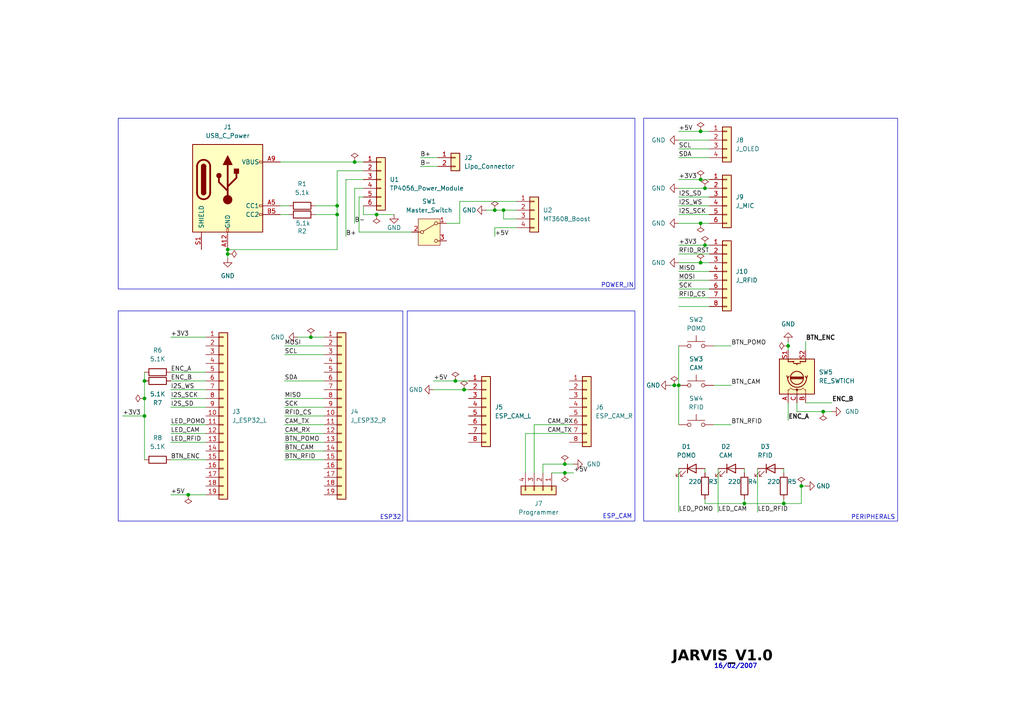
<source format=kicad_sch>
(kicad_sch (version 20250114) (generator "eeschema") (generator_version "9.0")
  (paper "A4")
  (lib_symbols
    (symbol "Connector:USB_C_Receptacle_PowerOnly_6P" (pin_names (offset 1.016))
      (property "Reference" "J" (at 0 16.51 0))
      (property "Value" "USB_C_Receptacle_PowerOnly_6P" (at 0 13.97 0))
      (symbol "USB_C_Receptacle_PowerOnly_6P_0_0"
        (rectangle (start -0.254 -12.7) (end 0.254 -11.684))
        (rectangle (start 10.16 7.874) (end 9.144 7.366))
        (rectangle (start 10.16 -4.826) (end 9.144 -5.334))
        (rectangle (start 10.16 -7.366) (end 9.144 -7.874))
      )
      (symbol "USB_C_Receptacle_PowerOnly_6P_0_1"
        (rectangle (start -10.16 12.7) (end 10.16 -12.7) (stroke (width 0.254)) (fill (type background)))
        (polyline (pts (xy -8.89 -1.27) (xy -8.89 6.35)) (stroke (width 0.508)))
        (rectangle (start -7.62 -1.27) (end -6.35 6.35) (stroke (width 0.254)) (fill (type outline)))
        (arc (start -7.62 6.35) (mid -6.985 6.9823) (end -6.35 6.35) (stroke (width 0.254)))
        (arc (start -7.62 6.35) (mid -6.985 6.9823) (end -6.35 6.35) (stroke (width 0.254)) (fill (type outline)))
        (arc (start -8.89 6.35) (mid -6.985 8.2467) (end -5.08 6.35) (stroke (width 0.508)))
        (arc (start -5.08 -1.27) (mid -6.985 -3.1667) (end -8.89 -1.27) (stroke (width 0.508)))
        (arc (start -6.35 -1.27) (mid -6.985 -1.9023) (end -7.62 -1.27) (stroke (width 0.254)))
        (arc (start -6.35 -1.27) (mid -6.985 -1.9023) (end -7.62 -1.27) (stroke (width 0.254)) (fill (type outline)))
        (polyline (pts (xy -5.08 6.35) (xy -5.08 -1.27)) (stroke (width 0.508)))
        (circle (center -2.54 3.683) (radius 0.635) (stroke (width 0.254)) (fill (type outline)))
        (polyline (pts (xy -1.27 6.858) (xy 0 9.398) (xy 1.27 6.858) (xy -1.27 6.858)) (stroke (width 0.254)) (fill (type outline)))
        (polyline (pts (xy 0 0.508) (xy 2.54 3.048) (xy 2.54 4.318)) (stroke (width 0.508)))
        (polyline (pts (xy 0 -0.762) (xy -2.54 1.778) (xy -2.54 3.048)) (stroke (width 0.508)))
        (polyline (pts (xy 0 -3.302) (xy 0 6.858)) (stroke (width 0.508)))
        (circle (center 0 -3.302) (radius 1.27) (fill (type outline)))
        (rectangle (start 1.905 4.318) (end 3.175 5.588) (stroke (width 0.254)) (fill (type outline)))
      )
      (symbol "USB_C_Receptacle_PowerOnly_6P_1_1"
        (pin passive line (at -7.62 -17.78 90) (length 5.08) (name "SHIELD") (number "S1"))
        (pin passive line (at 0 -17.78 90) (length 5.08) (name "GND") (number "A12"))
        (pin passive line (at 0 -17.78 90) (length 5.08) (hide yes) (name "GND") (number "B12"))
        (pin passive line (at 15.24 7.62 180) (length 5.08) (name "VBUS") (number "A9"))
        (pin passive line (at 15.24 7.62 180) (length 5.08) (hide yes) (name "VBUS") (number "B9"))
        (pin bidirectional line (at 15.24 -5.08 180) (length 5.08) (name "CC1") (number "A5"))
        (pin bidirectional line (at 15.24 -7.62 180) (length 5.08) (name "CC2") (number "B5"))
      )
    )
    (symbol "Connector_Generic:Conn_01x02" (pin_names (offset 1.016) (hide yes))
      (property "Reference" "J" (at 0 2.54 0))
      (property "Value" "Conn_01x02" (at 0 -5.08 0))
      (symbol "Conn_01x02_1_1"
        (rectangle (start -1.27 1.27) (end 1.27 -3.81) (stroke (width 0.254)) (fill (type background)))
        (rectangle (start -1.27 0.127) (end 0 -0.127) (stroke (width 0.1524)))
        (rectangle (start -1.27 -2.413) (end 0 -2.667) (stroke (width 0.1524)))
        (pin passive line (at -5.08 0 0) (length 3.81) (name "Pin_1") (number "1"))
        (pin passive line (at -5.08 -2.54 0) (length 3.81) (name "Pin_2") (number "2"))
      )
    )
    (symbol "Connector_Generic:Conn_01x04" (pin_names (offset 1.016) (hide yes))
      (property "Reference" "J" (at 0 5.08 0))
      (property "Value" "Conn_01x04" (at 0 -7.62 0))
      (symbol "Conn_01x04_1_1"
        (rectangle (start -1.27 3.81) (end 1.27 -6.35) (stroke (width 0.254)) (fill (type background)))
        (rectangle (start -1.27 2.667) (end 0 2.413) (stroke (width 0.1524)))
        (rectangle (start -1.27 0.127) (end 0 -0.127) (stroke (width 0.1524)))
        (rectangle (start -1.27 -2.413) (end 0 -2.667) (stroke (width 0.1524)))
        (rectangle (start -1.27 -4.953) (end 0 -5.207) (stroke (width 0.1524)))
        (pin passive line (at -5.08 2.54 0) (length 3.81) (name "Pin_1") (number "1"))
        (pin passive line (at -5.08 0 0) (length 3.81) (name "Pin_2") (number "2"))
        (pin passive line (at -5.08 -2.54 0) (length 3.81) (name "Pin_3") (number "3"))
        (pin passive line (at -5.08 -5.08 0) (length 3.81) (name "Pin_4") (number "4"))
      )
    )
    (symbol "Connector_Generic:Conn_01x06" (pin_names (offset 1.016) (hide yes))
      (property "Reference" "J" (at 0 7.62 0))
      (property "Value" "Conn_01x06" (at 0 -10.16 0))
      (symbol "Conn_01x06_1_1"
        (rectangle (start -1.27 6.35) (end 1.27 -8.89) (stroke (width 0.254)) (fill (type background)))
        (rectangle (start -1.27 5.207) (end 0 4.953) (stroke (width 0.1524)))
        (rectangle (start -1.27 2.667) (end 0 2.413) (stroke (width 0.1524)))
        (rectangle (start -1.27 0.127) (end 0 -0.127) (stroke (width 0.1524)))
        (rectangle (start -1.27 -2.413) (end 0 -2.667) (stroke (width 0.1524)))
        (rectangle (start -1.27 -4.953) (end 0 -5.207) (stroke (width 0.1524)))
        (rectangle (start -1.27 -7.493) (end 0 -7.747) (stroke (width 0.1524)))
        (pin passive line (at -5.08 5.08 0) (length 3.81) (name "Pin_1") (number "1"))
        (pin passive line (at -5.08 2.54 0) (length 3.81) (name "Pin_2") (number "2"))
        (pin passive line (at -5.08 0 0) (length 3.81) (name "Pin_3") (number "3"))
        (pin passive line (at -5.08 -2.54 0) (length 3.81) (name "Pin_4") (number "4"))
        (pin passive line (at -5.08 -5.08 0) (length 3.81) (name "Pin_5") (number "5"))
        (pin passive line (at -5.08 -7.62 0) (length 3.81) (name "Pin_6") (number "6"))
      )
    )
    (symbol "Connector_Generic:Conn_01x08" (pin_names (offset 1.016) (hide yes))
      (property "Reference" "J" (at 0 10.16 0))
      (property "Value" "Conn_01x08" (at 0 -12.7 0))
      (symbol "Conn_01x08_1_1"
        (rectangle (start -1.27 8.89) (end 1.27 -11.43) (stroke (width 0.254)) (fill (type background)))
        (rectangle (start -1.27 7.747) (end 0 7.493) (stroke (width 0.1524)))
        (rectangle (start -1.27 5.207) (end 0 4.953) (stroke (width 0.1524)))
        (rectangle (start -1.27 2.667) (end 0 2.413) (stroke (width 0.1524)))
        (rectangle (start -1.27 0.127) (end 0 -0.127) (stroke (width 0.1524)))
        (rectangle (start -1.27 -2.413) (end 0 -2.667) (stroke (width 0.1524)))
        (rectangle (start -1.27 -4.953) (end 0 -5.207) (stroke (width 0.1524)))
        (rectangle (start -1.27 -7.493) (end 0 -7.747) (stroke (width 0.1524)))
        (rectangle (start -1.27 -10.033) (end 0 -10.287) (stroke (width 0.1524)))
        (pin passive line (at -5.08 7.62 0) (length 3.81) (name "Pin_1") (number "1"))
        (pin passive line (at -5.08 5.08 0) (length 3.81) (name "Pin_2") (number "2"))
        (pin passive line (at -5.08 2.54 0) (length 3.81) (name "Pin_3") (number "3"))
        (pin passive line (at -5.08 0 0) (length 3.81) (name "Pin_4") (number "4"))
        (pin passive line (at -5.08 -2.54 0) (length 3.81) (name "Pin_5") (number "5"))
        (pin passive line (at -5.08 -5.08 0) (length 3.81) (name "Pin_6") (number "6"))
        (pin passive line (at -5.08 -7.62 0) (length 3.81) (name "Pin_7") (number "7"))
        (pin passive line (at -5.08 -10.16 0) (length 3.81) (name "Pin_8") (number "8"))
      )
    )
    (symbol "Connector_Generic:Conn_01x19" (pin_names (offset 1.016) (hide yes))
      (property "Reference" "J" (at 0 25.4 0))
      (property "Value" "Conn_01x19" (at 0 -25.4 0))
      (symbol "Conn_01x19_1_1"
        (rectangle (start -1.27 24.13) (end 1.27 -24.13) (stroke (width 0.254)) (fill (type background)))
        (rectangle (start -1.27 22.987) (end 0 22.733) (stroke (width 0.1524)))
        (rectangle (start -1.27 20.447) (end 0 20.193) (stroke (width 0.1524)))
        (rectangle (start -1.27 17.907) (end 0 17.653) (stroke (width 0.1524)))
        (rectangle (start -1.27 15.367) (end 0 15.113) (stroke (width 0.1524)))
        (rectangle (start -1.27 12.827) (end 0 12.573) (stroke (width 0.1524)))
        (rectangle (start -1.27 10.287) (end 0 10.033) (stroke (width 0.1524)))
        (rectangle (start -1.27 7.747) (end 0 7.493) (stroke (width 0.1524)))
        (rectangle (start -1.27 5.207) (end 0 4.953) (stroke (width 0.1524)))
        (rectangle (start -1.27 2.667) (end 0 2.413) (stroke (width 0.1524)))
        (rectangle (start -1.27 0.127) (end 0 -0.127) (stroke (width 0.1524)))
        (rectangle (start -1.27 -2.413) (end 0 -2.667) (stroke (width 0.1524)))
        (rectangle (start -1.27 -4.953) (end 0 -5.207) (stroke (width 0.1524)))
        (rectangle (start -1.27 -7.493) (end 0 -7.747) (stroke (width 0.1524)))
        (rectangle (start -1.27 -10.033) (end 0 -10.287) (stroke (width 0.1524)))
        (rectangle (start -1.27 -12.573) (end 0 -12.827) (stroke (width 0.1524)))
        (rectangle (start -1.27 -15.113) (end 0 -15.367) (stroke (width 0.1524)))
        (rectangle (start -1.27 -17.653) (end 0 -17.907) (stroke (width 0.1524)))
        (rectangle (start -1.27 -20.193) (end 0 -20.447) (stroke (width 0.1524)))
        (rectangle (start -1.27 -22.733) (end 0 -22.987) (stroke (width 0.1524)))
        (pin passive line (at -5.08 22.86 0) (length 3.81) (name "Pin_1") (number "1"))
        (pin passive line (at -5.08 20.32 0) (length 3.81) (name "Pin_2") (number "2"))
        (pin passive line (at -5.08 17.78 0) (length 3.81) (name "Pin_3") (number "3"))
        (pin passive line (at -5.08 15.24 0) (length 3.81) (name "Pin_4") (number "4"))
        (pin passive line (at -5.08 12.7 0) (length 3.81) (name "Pin_5") (number "5"))
        (pin passive line (at -5.08 10.16 0) (length 3.81) (name "Pin_6") (number "6"))
        (pin passive line (at -5.08 7.62 0) (length 3.81) (name "Pin_7") (number "7"))
        (pin passive line (at -5.08 5.08 0) (length 3.81) (name "Pin_8") (number "8"))
        (pin passive line (at -5.08 2.54 0) (length 3.81) (name "Pin_9") (number "9"))
        (pin passive line (at -5.08 0 0) (length 3.81) (name "Pin_10") (number "10"))
        (pin passive line (at -5.08 -2.54 0) (length 3.81) (name "Pin_11") (number "11"))
        (pin passive line (at -5.08 -5.08 0) (length 3.81) (name "Pin_12") (number "12"))
        (pin passive line (at -5.08 -7.62 0) (length 3.81) (name "Pin_13") (number "13"))
        (pin passive line (at -5.08 -10.16 0) (length 3.81) (name "Pin_14") (number "14"))
        (pin passive line (at -5.08 -12.7 0) (length 3.81) (name "Pin_15") (number "15"))
        (pin passive line (at -5.08 -15.24 0) (length 3.81) (name "Pin_16") (number "16"))
        (pin passive line (at -5.08 -17.78 0) (length 3.81) (name "Pin_17") (number "17"))
        (pin passive line (at -5.08 -20.32 0) (length 3.81) (name "Pin_18") (number "18"))
        (pin passive line (at -5.08 -22.86 0) (length 3.81) (name "Pin_19") (number "19"))
      )
    )
    (symbol "Device:LED" (pin_numbers (hide yes)) (pin_names (offset 1.016) (hide yes))
      (property "Reference" "D" (at 0 2.54 0))
      (property "Value" "LED" (at 0 -2.54 0))
      (symbol "LED_0_1"
        (polyline (pts (xy -3.048 -0.762) (xy -4.572 -2.286) (xy -3.81 -2.286) (xy -4.572 -2.286) (xy -4.572 -1.524)))
        (polyline (pts (xy -1.778 -0.762) (xy -3.302 -2.286) (xy -2.54 -2.286) (xy -3.302 -2.286) (xy -3.302 -1.524)))
        (polyline (pts (xy -1.27 0) (xy 1.27 0)))
        (polyline (pts (xy -1.27 -1.27) (xy -1.27 1.27)) (stroke (width 0.254)))
        (polyline (pts (xy 1.27 -1.27) (xy 1.27 1.27) (xy -1.27 0) (xy 1.27 -1.27)) (stroke (width 0.254)))
      )
      (symbol "LED_1_1"
        (pin passive line (at -3.81 0 0) (length 2.54) (name "K") (number "1"))
        (pin passive line (at 3.81 0 180) (length 2.54) (name "A") (number "2"))
      )
    )
    (symbol "Device:R" (pin_numbers (hide yes)) (pin_names (offset 0))
      (property "Reference" "R" (at 2.032 0 90))
      (property "Value" "R" (at 0 0 90))
      (symbol "R_0_1"
        (rectangle (start -1.016 -2.54) (end 1.016 2.54) (stroke (width 0.254)))
      )
      (symbol "R_1_1"
        (pin passive line (at 0 3.81 270) (length 1.27) (name "~") (number "1"))
        (pin passive line (at 0 -3.81 90) (length 1.27) (name "~") (number "2"))
      )
    )
    (symbol "Device:RotaryEncoder_Switch" (pin_names (offset 0.254) (hide yes))
      (property "Reference" "SW" (at 0 6.604 0))
      (property "Value" "RotaryEncoder_Switch" (at 0 -6.604 0))
      (symbol "RotaryEncoder_Switch_0_1"
        (rectangle (start -5.08 5.08) (end 5.08 -5.08) (stroke (width 0.254)) (fill (type background)))
        (polyline (pts (xy -5.08 2.54) (xy -3.81 2.54) (xy -3.81 2.032)))
        (polyline (pts (xy -5.08 0) (xy -3.81 0) (xy -3.81 -1.016) (xy -3.302 -2.032)))
        (polyline (pts (xy -5.08 -2.54) (xy -3.81 -2.54) (xy -3.81 -2.032)))
        (polyline (pts (xy -4.318 0) (xy -3.81 0) (xy -3.81 1.016) (xy -3.302 2.032)))
        (circle (center -3.81 0) (radius 0.254) (fill (type outline)))
        (polyline (pts (xy -0.635 -1.778) (xy -0.635 1.778)) (stroke (width 0.254)))
        (circle (center -0.381 0) (radius 1.905) (stroke (width 0.254)))
        (polyline (pts (xy -0.381 -1.778) (xy -0.381 1.778)) (stroke (width 0.254)))
        (arc (start -0.381 -2.794) (mid -3.0988 -0.0635) (end -0.381 2.667) (stroke (width 0.254)))
        (polyline (pts (xy -0.127 1.778) (xy -0.127 -1.778)) (stroke (width 0.254)))
        (polyline (pts (xy 0.254 2.921) (xy -0.508 2.667) (xy 0.127 2.286)) (stroke (width 0.254)))
        (polyline (pts (xy 0.254 -3.048) (xy -0.508 -2.794) (xy 0.127 -2.413)) (stroke (width 0.254)))
        (polyline (pts (xy 3.81 1.016) (xy 3.81 -1.016)) (stroke (width 0.254)))
        (polyline (pts (xy 3.81 0) (xy 3.429 0)) (stroke (width 0.254)))
        (circle (center 4.318 1.016) (radius 0.127) (stroke (width 0.254)))
        (circle (center 4.318 -1.016) (radius 0.127) (stroke (width 0.254)))
        (polyline (pts (xy 5.08 2.54) (xy 4.318 2.54) (xy 4.318 1.016)) (stroke (width 0.254)))
        (polyline (pts (xy 5.08 -2.54) (xy 4.318 -2.54) (xy 4.318 -1.016)) (stroke (width 0.254)))
      )
      (symbol "RotaryEncoder_Switch_1_1"
        (pin passive line (at -7.62 2.54 0) (length 2.54) (name "A") (number "A"))
        (pin passive line (at -7.62 0 0) (length 2.54) (name "C") (number "C"))
        (pin passive line (at -7.62 -2.54 0) (length 2.54) (name "B") (number "B"))
        (pin passive line (at 7.62 2.54 180) (length 2.54) (name "S1") (number "S1"))
        (pin passive line (at 7.62 -2.54 180) (length 2.54) (name "S2") (number "S2"))
      )
    )
    (symbol "Switch:SW_Push" (pin_numbers (hide yes)) (pin_names (offset 1.016) (hide yes))
      (property "Reference" "SW" (at 1.27 2.54 0))
      (property "Value" "SW_Push" (at 0 -1.524 0))
      (symbol "SW_Push_0_1"
        (circle (center -2.032 0) (radius 0.508))
        (polyline (pts (xy 0 1.27) (xy 0 3.048)))
        (circle (center 2.032 0) (radius 0.508))
        (polyline (pts (xy 2.54 1.27) (xy -2.54 1.27)))
        (pin passive line (at -5.08 0 0) (length 2.54) (name "1") (number "1"))
        (pin passive line (at 5.08 0 180) (length 2.54) (name "2") (number "2"))
      )
    )
    (symbol "Switch:SW_SPDT" (pin_names (offset 0) (hide yes))
      (property "Reference" "SW" (at 0 5.08 0))
      (property "Value" "SW_SPDT" (at 0 -5.08 0))
      (symbol "SW_SPDT_0_1"
        (circle (center -2.032 0) (radius 0.4572))
        (polyline (pts (xy -1.651 0.254) (xy 1.651 2.286)))
        (circle (center 2.032 2.54) (radius 0.4572))
        (circle (center 2.032 -2.54) (radius 0.4572))
      )
      (symbol "SW_SPDT_1_1"
        (rectangle (start -3.175 3.81) (end 3.175 -3.81) (fill (type background)))
        (pin passive line (at -5.08 0 0) (length 2.54) (name "B") (number "2"))
        (pin passive line (at 5.08 2.54 180) (length 2.54) (name "A") (number "1"))
        (pin passive line (at 5.08 -2.54 180) (length 2.54) (name "C") (number "3"))
      )
    )
    (symbol "power:GND" (power) (pin_numbers (hide yes)) (pin_names (offset 0) (hide yes))
      (property "Value" "GND" (at 0 -3.81 0))
      (symbol "GND_0_1"
        (polyline (pts (xy 0 0) (xy 0 -1.27) (xy 1.27 -1.27) (xy 0 -2.54) (xy -1.27 -1.27) (xy 0 -1.27)))
      )
      (symbol "GND_1_1"
        (pin power_in line (at 0 0 270) (length 0) (name "~") (number "1"))
      )
    )
    (symbol "power:PWR_FLAG" (power) (pin_numbers (hide yes)) (pin_names (offset 0) (hide yes))
      (property "Value" "PWR_FLAG" (at 0 3.81 0))
      (symbol "PWR_FLAG_0_0"
        (pin power_out line (at 0 0 90) (length 0) (name "~") (number "1"))
      )
      (symbol "PWR_FLAG_0_1"
        (polyline (pts (xy 0 0) (xy 0 1.27) (xy -1.016 1.905) (xy 0 2.54) (xy 1.016 1.905) (xy 0 1.27)))
      )
    )
  )
  (rectangle (start 186.69 34.29) (end 260.35 151.13))
  (rectangle (start 118.11 90.17) (end 184.15 151.13))
  (rectangle (start 34.29 90.17) (end 116.84 151.13))
  (rectangle (start 34.29 34.29) (end 184.15 83.82))
  (text "16/02/2007" (at 213.36 193.294 0) (effects (font (size 1.27 1.27) (thickness 0.254) (bold yes))))
  (text "ESP_CAM" (at 179.07 149.86 0) (effects (font (size 1.27 1.27))))
  (text "POWER_IN" (at 179.07 82.804 0) (effects (font (size 1.27 1.27))))
  (text "JARVIS_V1.0" (at 209.55 191.262 0) (effects (font (size 3.048 3.048) (bold yes))))
  (text "ESP32" (at 113.284 150.114 0) (effects (font (size 1.27 1.27))))
  (text "PERIPHERALS" (at 253.238 150.114 0) (effects (font (size 1.27 1.27))))
  (junction (at 41.91 115.57))
  (junction (at 163.83 137.16))
  (junction (at 66.04 72.39))
  (junction (at 238.76 119.38))
  (junction (at 195.58 111.76))
  (junction (at 232.41 140.97))
  (junction (at 97.79 62.23))
  (junction (at 204.47 54.61))
  (junction (at 109.22 62.23))
  (junction (at 41.91 120.65))
  (junction (at 66.04 73.66))
  (junction (at 134.62 113.03))
  (junction (at 203.2 76.2))
  (junction (at 41.91 110.49))
  (junction (at 203.2 38.1))
  (junction (at 54.61 143.51))
  (junction (at 97.79 59.69))
  (junction (at 146.05 60.96))
  (junction (at 163.83 134.62))
  (junction (at 196.85 111.76))
  (junction (at 143.51 60.96))
  (junction (at 90.17 97.79))
  (junction (at 203.2 52.07))
  (junction (at 215.9 146.05))
  (junction (at 203.2 64.77))
  (junction (at 132.08 110.49))
  (junction (at 227.33 146.05))
  (junction (at 102.87 46.99))
  (junction (at 228.6 100.33))
  (junction (at 204.47 71.12))
  (wire (pts (xy 146.05 60.96) (xy 149.86 60.96)))
  (wire (pts (xy 86.36 97.79) (xy 90.17 97.79)))
  (wire (pts (xy 204.47 54.61) (xy 205.74 54.61)))
  (wire (pts (xy 215.9 144.78) (xy 215.9 146.05)))
  (wire (pts (xy 196.85 64.77) (xy 203.2 64.77)))
  (wire (pts (xy 49.53 143.51) (xy 54.61 143.51)))
  (wire (pts (xy 82.55 120.65) (xy 93.98 120.65)))
  (wire (pts (xy 232.41 140.97) (xy 233.68 140.97)))
  (wire (pts (xy 104.14 67.31) (xy 119.38 67.31)))
  (wire (pts (xy 105.41 59.69) (xy 105.41 62.23)))
  (wire (pts (xy 132.08 110.49) (xy 135.89 110.49)))
  (wire (pts (xy 82.55 123.19) (xy 93.98 123.19)))
  (wire (pts (xy 196.85 78.74) (xy 205.74 78.74)))
  (wire (pts (xy 49.53 110.49) (xy 59.69 110.49)))
  (wire (pts (xy 105.41 54.61) (xy 102.87 54.61)))
  (wire (pts (xy 157.48 137.16) (xy 157.48 134.62)))
  (wire (pts (xy 157.48 134.62) (xy 163.83 134.62)))
  (wire (pts (xy 129.54 64.77) (xy 133.35 64.77)))
  (wire (pts (xy 41.91 115.57) (xy 41.91 120.65)))
  (wire (pts (xy 97.79 72.39) (xy 97.79 62.23)))
  (wire (pts (xy 238.76 119.38) (xy 241.3 119.38)))
  (wire (pts (xy 232.41 146.05) (xy 232.41 140.97)))
  (wire (pts (xy 81.28 62.23) (xy 83.82 62.23)))
  (wire (pts (xy 196.85 45.72) (xy 205.74 45.72)))
  (wire (pts (xy 82.55 115.57) (xy 93.98 115.57)))
  (wire (pts (xy 49.53 133.35) (xy 59.69 133.35)))
  (wire (pts (xy 196.85 73.66) (xy 205.74 73.66)))
  (wire (pts (xy 133.35 58.42) (xy 149.86 58.42)))
  (wire (pts (xy 66.04 72.39) (xy 97.79 72.39)))
  (wire (pts (xy 228.6 99.06) (xy 228.6 100.33)))
  (wire (pts (xy 35.56 120.65) (xy 41.91 120.65)))
  (wire (pts (xy 105.41 57.15) (xy 104.14 57.15)))
  (wire (pts (xy 204.47 71.12) (xy 205.74 71.12)))
  (wire (pts (xy 203.2 52.07) (xy 205.74 52.07)))
  (wire (pts (xy 91.44 59.69) (xy 97.79 59.69)))
  (wire (pts (xy 207.01 111.76) (xy 212.09 111.76)))
  (wire (pts (xy 204.47 135.89) (xy 204.47 137.16)))
  (wire (pts (xy 196.85 54.61) (xy 204.47 54.61)))
  (wire (pts (xy 196.85 43.18) (xy 205.74 43.18)))
  (wire (pts (xy 233.68 116.84) (xy 241.3 116.84)))
  (wire (pts (xy 82.55 125.73) (xy 93.98 125.73)))
  (wire (pts (xy 82.55 100.33) (xy 93.98 100.33)))
  (wire (pts (xy 196.85 81.28) (xy 205.74 81.28)))
  (wire (pts (xy 41.91 120.65) (xy 41.91 133.35)))
  (wire (pts (xy 125.73 110.49) (xy 132.08 110.49)))
  (wire (pts (xy 109.22 62.23) (xy 114.3 62.23)))
  (wire (pts (xy 49.53 107.95) (xy 59.69 107.95)))
  (wire (pts (xy 196.85 57.15) (xy 205.74 57.15)))
  (wire (pts (xy 49.53 115.57) (xy 59.69 115.57)))
  (wire (pts (xy 100.33 52.07) (xy 100.33 68.58)))
  (wire (pts (xy 81.28 46.99) (xy 102.87 46.99)))
  (wire (pts (xy 196.85 52.07) (xy 203.2 52.07)))
  (wire (pts (xy 82.55 130.81) (xy 93.98 130.81)))
  (wire (pts (xy 215.9 137.16) (xy 215.9 135.89)))
  (wire (pts (xy 196.85 59.69) (xy 205.74 59.69)))
  (wire (pts (xy 194.31 111.76) (xy 195.58 111.76)))
  (wire (pts (xy 196.85 83.82) (xy 205.74 83.82)))
  (wire (pts (xy 82.55 102.87) (xy 93.98 102.87)))
  (wire (pts (xy 203.2 38.1) (xy 205.74 38.1)))
  (wire (pts (xy 105.41 52.07) (xy 100.33 52.07)))
  (wire (pts (xy 146.05 63.5) (xy 146.05 60.96)))
  (wire (pts (xy 121.92 45.72) (xy 127 45.72)))
  (wire (pts (xy 82.55 128.27) (xy 93.98 128.27)))
  (wire (pts (xy 208.28 135.89) (xy 208.28 148.59)))
  (wire (pts (xy 49.53 123.19) (xy 59.69 123.19)))
  (wire (pts (xy 125.73 113.03) (xy 134.62 113.03)))
  (wire (pts (xy 149.86 63.5) (xy 146.05 63.5)))
  (wire (pts (xy 233.68 99.06) (xy 233.68 101.6)))
  (wire (pts (xy 196.85 38.1) (xy 203.2 38.1)))
  (wire (pts (xy 81.28 59.69) (xy 83.82 59.69)))
  (wire (pts (xy 154.94 137.16) (xy 154.94 123.19)))
  (wire (pts (xy 82.55 110.49) (xy 93.98 110.49)))
  (wire (pts (xy 121.92 48.26) (xy 127 48.26)))
  (wire (pts (xy 105.41 62.23) (xy 109.22 62.23)))
  (wire (pts (xy 82.55 133.35) (xy 93.98 133.35)))
  (wire (pts (xy 41.91 110.49) (xy 41.91 115.57)))
  (wire (pts (xy 152.4 125.73) (xy 165.1 125.73)))
  (wire (pts (xy 196.85 71.12) (xy 204.47 71.12)))
  (wire (pts (xy 163.83 134.62) (xy 166.37 134.62)))
  (wire (pts (xy 133.35 64.77) (xy 133.35 58.42)))
  (wire (pts (xy 203.2 76.2) (xy 205.74 76.2)))
  (wire (pts (xy 160.02 137.16) (xy 163.83 137.16)))
  (wire (pts (xy 196.85 86.36) (xy 205.74 86.36)))
  (wire (pts (xy 195.58 111.76) (xy 196.85 111.76)))
  (wire (pts (xy 97.79 59.69) (xy 97.79 49.53)))
  (wire (pts (xy 215.9 146.05) (xy 227.33 146.05)))
  (wire (pts (xy 163.83 137.16) (xy 166.37 137.16)))
  (wire (pts (xy 196.85 40.64) (xy 205.74 40.64)))
  (wire (pts (xy 49.53 128.27) (xy 59.69 128.27)))
  (wire (pts (xy 196.85 135.89) (xy 196.85 148.59)))
  (wire (pts (xy 228.6 100.33) (xy 228.6 101.6)))
  (wire (pts (xy 196.85 88.9) (xy 205.74 88.9)))
  (wire (pts (xy 228.6 116.84) (xy 228.6 121.92)))
  (wire (pts (xy 97.79 62.23) (xy 97.79 59.69)))
  (wire (pts (xy 97.79 49.53) (xy 105.41 49.53)))
  (wire (pts (xy 204.47 146.05) (xy 215.9 146.05)))
  (wire (pts (xy 196.85 76.2) (xy 203.2 76.2)))
  (wire (pts (xy 227.33 137.16) (xy 227.33 135.89)))
  (wire (pts (xy 149.86 66.04) (xy 143.51 66.04)))
  (wire (pts (xy 227.33 144.78) (xy 227.33 146.05)))
  (wire (pts (xy 196.85 62.23) (xy 205.74 62.23)))
  (wire (pts (xy 54.61 143.51) (xy 59.69 143.51)))
  (wire (pts (xy 140.97 60.96) (xy 143.51 60.96)))
  (wire (pts (xy 49.53 125.73) (xy 59.69 125.73)))
  (wire (pts (xy 231.14 116.84) (xy 231.14 119.38)))
  (wire (pts (xy 102.87 46.99) (xy 105.41 46.99)))
  (wire (pts (xy 90.17 97.79) (xy 93.98 97.79)))
  (wire (pts (xy 91.44 62.23) (xy 97.79 62.23)))
  (wire (pts (xy 154.94 123.19) (xy 165.1 123.19)))
  (wire (pts (xy 104.14 57.15) (xy 104.14 67.31)))
  (wire (pts (xy 196.85 111.76) (xy 196.85 123.19)))
  (wire (pts (xy 207.01 100.33) (xy 212.09 100.33)))
  (wire (pts (xy 134.62 113.03) (xy 135.89 113.03)))
  (wire (pts (xy 207.01 123.19) (xy 212.09 123.19)))
  (wire (pts (xy 66.04 73.66) (xy 66.04 74.93)))
  (wire (pts (xy 143.51 66.04) (xy 143.51 68.58)))
  (wire (pts (xy 227.33 146.05) (xy 232.41 146.05)))
  (wire (pts (xy 82.55 118.11) (xy 93.98 118.11)))
  (wire (pts (xy 143.51 60.96) (xy 146.05 60.96)))
  (wire (pts (xy 203.2 64.77) (xy 205.74 64.77)))
  (wire (pts (xy 49.53 97.79) (xy 59.69 97.79)))
  (wire (pts (xy 41.91 107.95) (xy 41.91 110.49)))
  (wire (pts (xy 152.4 137.16) (xy 152.4 125.73)))
  (wire (pts (xy 219.71 135.89) (xy 219.71 148.59)))
  (wire (pts (xy 66.04 72.39) (xy 66.04 73.66)))
  (wire (pts (xy 196.85 100.33) (xy 196.85 111.76)))
  (wire (pts (xy 49.53 113.03) (xy 59.69 113.03)))
  (wire (pts (xy 204.47 144.78) (xy 204.47 146.05)))
  (wire (pts (xy 231.14 119.38) (xy 238.76 119.38)))
  (wire (pts (xy 49.53 118.11) (xy 59.69 118.11)))
  (wire (pts (xy 102.87 54.61) (xy 102.87 64.77)))
  (label "+3V3" (at 196.85 71.12 0))
  (label "CAM_TX" (at 82.55 123.19 0))
  (label "CAM_RX" (at 82.55 125.73 0))
  (label "MOSI" (at 82.55 100.33 0))
  (label "LED_POMO" (at 196.85 148.59 0))
  (label "SCK" (at 82.55 118.11 0))
  (label "MISO" (at 196.85 78.74 0))
  (label "BTN_CAM" (at 82.55 130.81 0))
  (label "LED_POMO" (at 49.53 123.19 0))
  (label "+5V" (at 196.85 38.1 0))
  (label "RFID_CS" (at 82.55 120.65 0))
  (label "B-" (at 121.92 48.26 0))
  (label "I2S_SCK" (at 196.85 62.23 0))
  (label "+5V" (at 143.51 68.58 0))
  (label "ENC_B" (at 49.53 110.49 0))
  (label "LED_CAM" (at 208.28 148.59 0))
  (label "SCL" (at 196.85 43.18 0))
  (label "RFID_CS" (at 196.85 86.36 0))
  (label "BTN_RFID" (at 212.09 123.19 0))
  (label "+3V3" (at 35.56 120.65 0))
  (label "SDA" (at 82.55 110.49 0))
  (label "RFID_RST" (at 196.85 73.66 0))
  (label "+5V" (at 49.53 143.51 0))
  (label "BTN_CAM" (at 212.09 111.76 0))
  (label "BTN_ENC" (at 233.68 99.06 0) (effects (font (thickness 0.254) (bold yes))))
  (label "MOSI" (at 196.85 81.28 0))
  (label "LED_CAM" (at 49.53 125.73 0))
  (label "SCL" (at 82.55 102.87 0))
  (label "BTN_RFID" (at 82.55 133.35 0))
  (label "ENC_A" (at 228.6 121.92 0) (effects (font (thickness 0.254) (bold yes))))
  (label "I2S_SD" (at 49.53 118.11 0))
  (label "+5V" (at 166.37 137.16 0))
  (label "BTN_POMO" (at 82.55 128.27 0))
  (label "BTN_POMO" (at 212.09 100.33 0))
  (label "I2S_SD" (at 196.85 57.15 0))
  (label "+3V3" (at 49.53 97.79 0))
  (label "I2S_WS" (at 49.53 113.03 0))
  (label "B+" (at 100.33 68.58 0))
  (label "CAM_RX" (at 158.75 123.19 0))
  (label "LED_RFID" (at 49.53 128.27 0))
  (label "CAM_TX" (at 158.75 125.73 0))
  (label "SCK" (at 196.85 83.82 0))
  (label "+3V3" (at 196.85 52.07 0))
  (label "ENC_B" (at 241.3 116.84 0) (effects (font (thickness 0.254) (bold yes))))
  (label "BTN_ENC" (at 49.53 133.35 0) (effects (font (thickness 0.1588))))
  (label "LED_RFID" (at 219.71 148.59 0))
  (label "SDA" (at 196.85 45.72 0))
  (label "B-" (at 102.87 64.77 0))
  (label "+5V" (at 125.73 110.49 0))
  (label "MISO" (at 82.55 115.57 0))
  (label "I2S_WS" (at 196.85 59.69 0))
  (label "B+" (at 121.92 45.72 0))
  (label "I2S_SCK" (at 49.53 115.57 0))
  (label "ENC_A" (at 49.53 107.95 0))
  (symbol (lib_id "Connector_Generic:Conn_01x06") (at 210.82 57.15 0) (unit 1)
    (property "Reference" "J9" (at 213.36 57.1499 0) (effects (justify left)))
    (property "Value" "J_MIC" (at 213.36 59.6899 0) (effects (justify left)))
    (property "Description" "Generic connector, single row, 01x06, script generated (kicad-library-utils/schlib/autogen/connector/)" (effects (hide yes)))
  )
  (symbol (lib_id "power:GND") (at 114.3 62.23 0) (unit 1)
    (property "Reference" "#PWR03" (effects (hide yes)))
    (property "Value" "GND" (at 114.3 66.04 0))
    (property "Description" "Power symbol creates a global label with name \"GND\" , ground" (effects (hide yes)))
  )
  (symbol (lib_id "Device:LED") (at 200.66 135.89 0) (unit 1)
    (property "Reference" "D1" (at 199.0725 129.54 0))
    (property "Value" "POMO" (at 199.0725 132.08 0))
    (property "Description" "Light emitting diode" (effects (hide yes)))
    (property "Sim.Pins" "1=K 2=A" (effects (hide yes)))
  )
  (symbol (lib_id "Switch:SW_SPDT") (at 124.46 67.31 0) (unit 1)
    (property "Reference" "SW1" (at 124.46 58.42 0))
    (property "Value" "Master_Switch" (at 124.46 60.96 0))
    (property "Description" "Switch, single pole double throw" (effects (hide yes)))
  )
  (symbol (lib_id "Connector_Generic:Conn_01x19") (at 64.77 120.65 0) (unit 1)
    (property "Reference" "J3" (at 67.31 119.3799 0) (effects (justify left)))
    (property "Value" "J_ESP32_L" (at 67.31 121.9199 0) (effects (justify left)))
    (property "Description" "Generic connector, single row, 01x19, script generated (kicad-library-utils/schlib/autogen/connector/)" (effects (hide yes)))
  )
  (symbol (lib_id "Device:R") (at 215.9 140.97 0) (unit 1)
    (property "Reference" "R4" (at 216.916 139.7 0) (effects (justify left)))
    (property "Value" "220" (at 211.074 139.7 0) (effects (justify left)))
    (property "Description" "Resistor" (effects (hide yes)))
  )
  (symbol (lib_id "power:PWR_FLAG") (at 90.17 97.79 0) (unit 1)
    (property "Reference" "#FLG05" (effects (hide yes)))
    (property "Value" "PWR_FLAG" (effects (hide yes)))
    (property "Description" "Special symbol for telling ERC where power comes from" (effects (hide yes)))
  )
  (symbol (lib_id "power:PWR_FLAG") (at 195.58 111.76 0) (unit 1)
    (property "Reference" "#FLG016" (effects (hide yes)))
    (property "Value" "PWR_FLAG" (effects (hide yes)))
    (property "Description" "Special symbol for telling ERC where power comes from" (effects (hide yes)))
  )
  (symbol (lib_id "power:PWR_FLAG") (at 134.62 113.03 0) (unit 1)
    (property "Reference" "#FLG08" (effects (hide yes)))
    (property "Value" "PWR_FLAG" (effects (hide yes)))
    (property "Description" "Special symbol for telling ERC where power comes from" (effects (hide yes)))
  )
  (symbol (lib_id "power:PWR_FLAG") (at 66.04 73.66 270) (unit 1)
    (property "Reference" "#FLG01" (effects (hide yes)))
    (property "Value" "PWR_FLAG" (effects (hide yes)))
    (property "Description" "Special symbol for telling ERC where power comes from" (effects (hide yes)))
  )
  (symbol (lib_id "Connector_Generic:Conn_01x19") (at 99.06 120.65 0) (unit 1)
    (property "Reference" "J4" (at 101.6 119.3799 0) (effects (justify left)))
    (property "Value" "J_ESP32_R" (at 101.6 121.9199 0) (effects (justify left)))
    (property "Description" "Generic connector, single row, 01x19, script generated (kicad-library-utils/schlib/autogen/connector/)" (effects (hide yes)))
  )
  (symbol (lib_id "Device:R") (at 45.72 107.95 90) (unit 1)
    (property "Reference" "R6" (at 45.72 101.6 90))
    (property "Value" "5.1K" (at 45.72 104.14 90))
    (property "Description" "Resistor" (effects (hide yes)))
  )
  (symbol (lib_id "Connector_Generic:Conn_01x06") (at 110.49 52.07 0) (unit 1)
    (property "Reference" "U1" (at 113.03 52.0699 0) (effects (justify left)))
    (property "Value" "TP4056_Power_Module" (at 113.03 54.6099 0) (effects (justify left)))
    (property "Description" "Generic connector, single row, 01x06, script generated (kicad-library-utils/schlib/autogen/connector/)" (effects (hide yes)))
  )
  (symbol (lib_id "power:GND") (at 241.3 119.38 90) (unit 1)
    (property "Reference" "#PWR013" (effects (hide yes)))
    (property "Value" "GND" (at 245.11 119.3799 90) (effects (justify right)))
    (property "Description" "Power symbol creates a global label with name \"GND\" , ground" (effects (hide yes)))
  )
  (symbol (lib_id "power:GND") (at 196.85 76.2 270) (unit 1)
    (property "Reference" "#PWR010" (effects (hide yes)))
    (property "Value" "GND" (at 193.04 76.1999 90) (effects (justify right)))
    (property "Description" "Power symbol creates a global label with name \"GND\" , ground" (effects (hide yes)))
  )
  (symbol (lib_id "power:PWR_FLAG") (at 143.51 60.96 0) (unit 1)
    (property "Reference" "#FLG03" (effects (hide yes)))
    (property "Value" "PWR_FLAG" (effects (hide yes)))
    (property "Description" "Special symbol for telling ERC where power comes from" (effects (hide yes)))
  )
  (symbol (lib_id "Connector_Generic:Conn_01x04") (at 210.82 40.64 0) (unit 1)
    (property "Reference" "J8" (at 213.36 40.6399 0) (effects (justify left)))
    (property "Value" "J_OLED" (at 213.36 43.1799 0) (effects (justify left)))
    (property "Description" "Generic connector, single row, 01x04, script generated (kicad-library-utils/schlib/autogen/connector/)" (effects (hide yes)))
  )
  (symbol (lib_id "Switch:SW_Push") (at 201.93 123.19 0) (unit 1)
    (property "Reference" "SW4" (at 201.93 115.57 0))
    (property "Value" "RFID" (at 201.93 118.11 0))
    (property "Description" "Push button switch, generic, two pins" (effects (hide yes)))
  )
  (symbol (lib_id "Connector:USB_C_Receptacle_PowerOnly_6P") (at 66.04 54.61 0) (unit 1)
    (property "Reference" "J1" (at 66.04 36.83 0))
    (property "Value" "USB_C_Power" (at 66.04 39.37 0))
    (property "Datasheet" "https://www.usb.org/sites/default/files/documents/usb_type-c.zip" (effects (hide yes)))
    (property "Description" "USB Power-Only 6P Type-C Receptacle connector" (effects (hide yes)))
  )
  (symbol (lib_id "power:PWR_FLAG") (at 204.47 71.12 0) (unit 1)
    (property "Reference" "#FLG015" (effects (hide yes)))
    (property "Value" "PWR_FLAG" (effects (hide yes)))
    (property "Description" "Special symbol for telling ERC where power comes from" (effects (hide yes)))
  )
  (symbol (lib_id "power:GND") (at 86.36 97.79 270) (unit 1)
    (property "Reference" "#PWR04" (effects (hide yes)))
    (property "Value" "GND" (at 82.55 97.7899 90) (effects (justify right)))
    (property "Description" "Power symbol creates a global label with name \"GND\" , ground" (effects (hide yes)))
  )
  (symbol (lib_id "Device:LED") (at 212.09 135.89 0) (unit 1)
    (property "Reference" "D2" (at 210.5025 129.54 0))
    (property "Value" "CAM" (at 210.5025 132.08 0))
    (property "Description" "Light emitting diode" (effects (hide yes)))
    (property "Sim.Pins" "1=K 2=A" (effects (hide yes)))
  )
  (symbol (lib_id "Connector_Generic:Conn_01x02") (at 132.08 45.72 0) (unit 1)
    (property "Reference" "J2" (at 134.62 45.7199 0) (effects (justify left)))
    (property "Value" "Lipo_Connector" (at 134.62 48.2599 0) (effects (justify left)))
    (property "Description" "Generic connector, single row, 01x02, script generated (kicad-library-utils/schlib/autogen/connector/)" (effects (hide yes)))
  )
  (symbol (lib_id "power:GND") (at 66.04 74.93 0) (unit 1)
    (property "Reference" "#PWR01" (effects (hide yes)))
    (property "Value" "GND" (at 66.04 80.01 0))
    (property "Description" "Power symbol creates a global label with name \"GND\" , ground" (effects (hide yes)))
  )
  (symbol (lib_id "Connector_Generic:Conn_01x04") (at 154.94 60.96 0) (unit 1)
    (property "Reference" "U2" (at 157.48 60.9599 0) (effects (justify left)))
    (property "Value" "MT3608_Boost" (at 157.48 63.4999 0) (effects (justify left)))
    (property "Description" "Generic connector, single row, 01x04, script generated (kicad-library-utils/schlib/autogen/connector/)" (effects (hide yes)))
  )
  (symbol (lib_id "power:GND") (at 196.85 40.64 270) (unit 1)
    (property "Reference" "#PWR07" (effects (hide yes)))
    (property "Value" "GND" (at 193.04 40.6399 90) (effects (justify right)))
    (property "Description" "Power symbol creates a global label with name \"GND\" , ground" (effects (hide yes)))
  )
  (symbol (lib_id "Device:R") (at 204.47 140.97 0) (unit 1)
    (property "Reference" "R3" (at 205.486 139.7 0) (effects (justify left)))
    (property "Value" "220" (at 199.644 139.7 0) (effects (justify left)))
    (property "Description" "Resistor" (effects (hide yes)))
  )
  (symbol (lib_id "power:PWR_FLAG") (at 132.08 110.49 0) (unit 1)
    (property "Reference" "#FLG07" (effects (hide yes)))
    (property "Value" "PWR_FLAG" (effects (hide yes)))
    (property "Description" "Special symbol for telling ERC where power comes from" (effects (hide yes)))
  )
  (symbol (lib_id "power:GND") (at 125.73 113.03 270) (unit 1)
    (property "Reference" "#PWR05" (effects (hide yes)))
    (property "Value" "GND" (at 122.682 113.03 90) (effects (justify right)))
    (property "Description" "Power symbol creates a global label with name \"GND\" , ground" (effects (hide yes)))
  )
  (symbol (lib_id "Device:R") (at 45.72 133.35 90) (unit 1)
    (property "Reference" "R8" (at 45.72 127 90))
    (property "Value" "5.1K" (at 45.72 129.54 90))
    (property "Description" "Resistor" (effects (hide yes)))
  )
  (symbol (lib_id "power:PWR_FLAG") (at 203.2 38.1 0) (unit 1)
    (property "Reference" "#FLG018" (effects (hide yes)))
    (property "Value" "PWR_FLAG" (effects (hide yes)))
    (property "Description" "Special symbol for telling ERC where power comes from" (effects (hide yes)))
  )
  (symbol (lib_id "power:PWR_FLAG") (at 203.2 64.77 180) (unit 1)
    (property "Reference" "#FLG013" (effects (hide yes)))
    (property "Value" "PWR_FLAG" (effects (hide yes)))
    (property "Description" "Special symbol for telling ERC where power comes from" (effects (hide yes)))
  )
  (symbol (lib_id "power:PWR_FLAG") (at 163.83 137.16 180) (unit 1)
    (property "Reference" "#FLG09" (effects (hide yes)))
    (property "Value" "PWR_FLAG" (effects (hide yes)))
    (property "Description" "Special symbol for telling ERC where power comes from" (effects (hide yes)))
  )
  (symbol (lib_id "power:GND") (at 233.68 140.97 90) (unit 1)
    (property "Reference" "#PWR012" (effects (hide yes)))
    (property "Value" "GND" (at 236.728 140.97 90) (effects (justify right)))
    (property "Description" "Power symbol creates a global label with name \"GND\" , ground" (effects (hide yes)))
  )
  (symbol (lib_id "Connector_Generic:Conn_01x08") (at 210.82 78.74 0) (unit 1)
    (property "Reference" "J10" (at 213.36 78.7399 0) (effects (justify left)))
    (property "Value" "J_RFID" (at 213.36 81.2799 0) (effects (justify left)))
    (property "Description" "Generic connector, single row, 01x08, script generated (kicad-library-utils/schlib/autogen/connector/)" (effects (hide yes)))
  )
  (symbol (lib_id "power:PWR_FLAG") (at 54.61 143.51 180) (unit 1)
    (property "Reference" "#FLG06" (effects (hide yes)))
    (property "Value" "PWR_FLAG" (effects (hide yes)))
    (property "Description" "Special symbol for telling ERC where power comes from" (effects (hide yes)))
  )
  (symbol (lib_id "power:PWR_FLAG") (at 203.2 52.07 0) (unit 1)
    (property "Reference" "#FLG011" (effects (hide yes)))
    (property "Value" "PWR_FLAG" (effects (hide yes)))
    (property "Description" "Special symbol for telling ERC where power comes from" (effects (hide yes)))
  )
  (symbol (lib_id "power:GND") (at 194.31 111.76 270) (unit 1)
    (property "Reference" "#PWR011" (effects (hide yes)))
    (property "Value" "GND" (at 191.516 111.76 90) (effects (justify right)))
    (property "Description" "Power symbol creates a global label with name \"GND\" , ground" (effects (hide yes)))
  )
  (symbol (lib_id "Connector_Generic:Conn_01x08") (at 170.18 118.11 0) (unit 1)
    (property "Reference" "J6" (at 172.72 118.1099 0) (effects (justify left)))
    (property "Value" "ESP_CAM_R" (at 172.72 120.6499 0) (effects (justify left)))
    (property "Description" "Generic connector, single row, 01x08, script generated (kicad-library-utils/schlib/autogen/connector/)" (effects (hide yes)))
  )
  (symbol (lib_id "power:PWR_FLAG") (at 203.2 76.2 0) (unit 1)
    (property "Reference" "#FLG014" (effects (hide yes)))
    (property "Value" "PWR_FLAG" (effects (hide yes)))
    (property "Description" "Special symbol for telling ERC where power comes from" (effects (hide yes)))
  )
  (symbol (lib_id "power:GND") (at 196.85 64.77 270) (unit 1)
    (property "Reference" "#PWR09" (effects (hide yes)))
    (property "Value" "GND" (at 193.04 64.7699 90) (effects (justify right)))
    (property "Description" "Power symbol creates a global label with name \"GND\" , ground" (effects (hide yes)))
  )
  (symbol (lib_id "Connector_Generic:Conn_01x08") (at 140.97 118.11 0) (unit 1)
    (property "Reference" "J5" (at 143.51 118.1099 0) (effects (justify left)))
    (property "Value" "ESP_CAM_L" (at 143.51 120.6499 0) (effects (justify left)))
    (property "Description" "Generic connector, single row, 01x08, script generated (kicad-library-utils/schlib/autogen/connector/)" (effects (hide yes)))
  )
  (symbol (lib_id "power:PWR_FLAG") (at 109.22 62.23 180) (unit 1)
    (property "Reference" "#FLG04" (effects (hide yes)))
    (property "Value" "PWR_FLAG" (effects (hide yes)))
    (property "Description" "Special symbol for telling ERC where power comes from" (effects (hide yes)))
  )
  (symbol (lib_id "power:PWR_FLAG") (at 204.47 54.61 0) (unit 1)
    (property "Reference" "#FLG012" (effects (hide yes)))
    (property "Value" "PWR_FLAG" (effects (hide yes)))
    (property "Description" "Special symbol for telling ERC where power comes from" (effects (hide yes)))
  )
  (symbol (lib_id "Device:R") (at 87.63 62.23 90) (unit 1)
    (property "Reference" "R2" (at 87.63 67.056 90))
    (property "Value" "5.1k" (at 87.884 64.77 90))
    (property "Description" "Resistor" (effects (hide yes)))
  )
  (symbol (lib_id "power:PWR_FLAG") (at 238.76 119.38 180) (unit 1)
    (property "Reference" "#FLG019" (effects (hide yes)))
    (property "Value" "PWR_FLAG" (effects (hide yes)))
    (property "Description" "Special symbol for telling ERC where power comes from" (effects (hide yes)))
  )
  (symbol (lib_id "power:GND") (at 166.37 134.62 90) (unit 1)
    (property "Reference" "#PWR06" (effects (hide yes)))
    (property "Value" "GND" (at 170.18 134.6199 90) (effects (justify right)))
    (property "Description" "Power symbol creates a global label with name \"GND\" , ground" (effects (hide yes)))
  )
  (symbol (lib_id "power:PWR_FLAG") (at 102.87 46.99 0) (unit 1)
    (property "Reference" "#FLG02" (effects (hide yes)))
    (property "Value" "PWR_FLAG" (effects (hide yes)))
    (property "Description" "Special symbol for telling ERC where power comes from" (effects (hide yes)))
  )
  (symbol (lib_id "power:GND") (at 228.6 99.06 180) (unit 1)
    (property "Reference" "#PWR014" (effects (hide yes)))
    (property "Value" "GND" (at 228.6 93.98 0))
    (property "Description" "Power symbol creates a global label with name \"GND\" , ground" (effects (hide yes)))
  )
  (symbol (lib_id "power:GND") (at 196.85 54.61 270) (unit 1)
    (property "Reference" "#PWR08" (effects (hide yes)))
    (property "Value" "GND" (at 193.04 54.6099 90) (effects (justify right)))
    (property "Description" "Power symbol creates a global label with name \"GND\" , ground" (effects (hide yes)))
  )
  (symbol (lib_id "power:PWR_FLAG") (at 232.41 140.97 0) (unit 1)
    (property "Reference" "#FLG017" (effects (hide yes)))
    (property "Value" "PWR_FLAG" (effects (hide yes)))
    (property "Description" "Special symbol for telling ERC where power comes from" (effects (hide yes)))
  )
  (symbol (lib_id "Switch:SW_Push") (at 201.93 111.76 0) (unit 1)
    (property "Reference" "SW3" (at 201.93 104.14 0))
    (property "Value" "CAM" (at 201.93 106.68 0))
    (property "Description" "Push button switch, generic, two pins" (effects (hide yes)))
  )
  (symbol (lib_id "Device:R") (at 227.33 140.97 0) (unit 1)
    (property "Reference" "R5" (at 228.346 139.7 0) (effects (justify left)))
    (property "Value" "220" (at 222.504 139.7 0) (effects (justify left)))
    (property "Description" "Resistor" (effects (hide yes)))
  )
  (symbol (lib_id "Device:R") (at 45.72 110.49 270) (unit 1)
    (property "Reference" "R7" (at 45.72 116.84 90))
    (property "Value" "5.1K" (at 45.72 114.3 90))
    (property "Description" "Resistor" (effects (hide yes)))
  )
  (symbol (lib_id "Device:LED") (at 223.52 135.89 0) (unit 1)
    (property "Reference" "D3" (at 221.9325 129.54 0))
    (property "Value" "RFID" (at 221.9325 132.08 0))
    (property "Description" "Light emitting diode" (effects (hide yes)))
    (property "Sim.Pins" "1=K 2=A" (effects (hide yes)))
  )
  (symbol (lib_id "power:PWR_FLAG") (at 163.83 134.62 0) (unit 1)
    (property "Reference" "#FLG010" (effects (hide yes)))
    (property "Value" "PWR_FLAG" (effects (hide yes)))
    (property "Description" "Special symbol for telling ERC where power comes from" (effects (hide yes)))
  )
  (symbol (lib_id "Device:RotaryEncoder_Switch") (at 231.14 109.22 90) (unit 1)
    (property "Reference" "SW5" (at 237.49 107.9499 90) (effects (justify right)))
    (property "Value" "RE_SWTICH" (at 237.49 110.4899 90) (effects (justify right)))
    (property "Description" "Rotary encoder, dual channel, incremental quadrate outputs, with switch" (effects (hide yes)))
  )
  (symbol (lib_id "Connector_Generic:Conn_01x04") (at 157.48 142.24 270) (unit 1)
    (property "Reference" "J7" (at 156.21 146.05 90))
    (property "Value" "Programmer" (at 156.21 148.59 90))
    (property "Description" "Generic connector, single row, 01x04, script generated (kicad-library-utils/schlib/autogen/connector/)" (effects (hide yes)))
  )
  (symbol (lib_id "power:PWR_FLAG") (at 41.91 115.57 90) (unit 1)
    (property "Reference" "#FLG021" (effects (hide yes)))
    (property "Value" "PWR_FLAG" (effects (hide yes)))
    (property "Description" "Special symbol for telling ERC where power comes from" (effects (hide yes)))
  )
  (symbol (lib_id "Switch:SW_Push") (at 201.93 100.33 0) (unit 1)
    (property "Reference" "SW2" (at 201.93 92.71 0))
    (property "Value" "POMO" (at 201.93 95.25 0))
    (property "Description" "Push button switch, generic, two pins" (effects (hide yes)))
  )
  (symbol (lib_id "Device:R") (at 87.63 59.69 90) (unit 1)
    (property "Reference" "R1" (at 87.63 53.34 90))
    (property "Value" "5.1k" (at 87.63 55.88 90))
    (property "Description" "Resistor" (effects (hide yes)))
  )
  (symbol (lib_id "power:GND") (at 140.97 60.96 270) (unit 1)
    (property "Reference" "#PWR02" (effects (hide yes)))
    (property "Value" "GND" (at 138.176 60.96 90) (effects (justify right)))
    (property "Description" "Power symbol creates a global label with name \"GND\" , ground" (effects (hide yes)))
  )
  (symbol (lib_id "power:PWR_FLAG") (at 228.6 100.33 90) (unit 1)
    (property "Reference" "#FLG020" (effects (hide yes)))
    (property "Value" "PWR_FLAG" (effects (hide yes)))
    (property "Description" "Special symbol for telling ERC where power comes from" (effects (hide yes)))
  )
)
</source>
